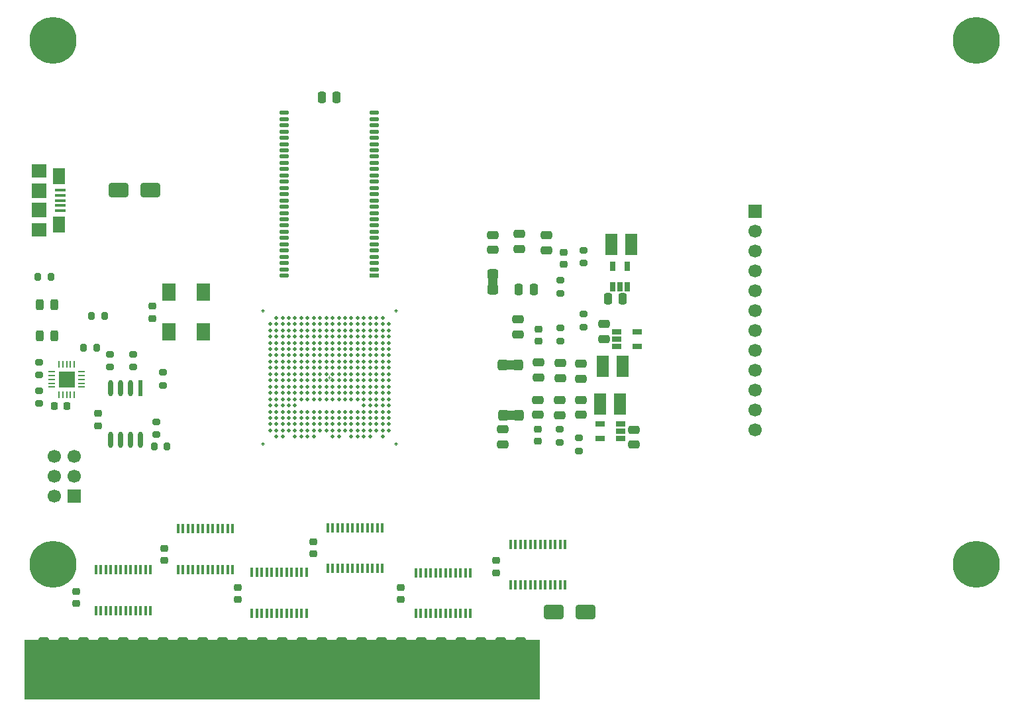
<source format=gbr>
%TF.GenerationSoftware,KiCad,Pcbnew,9.0.5*%
%TF.CreationDate,2025-12-06T10:01:17-08:00*%
%TF.ProjectId,project_byte_hamr,70726f6a-6563-4745-9f62-7974655f6861,rev?*%
%TF.SameCoordinates,Original*%
%TF.FileFunction,Soldermask,Top*%
%TF.FilePolarity,Negative*%
%FSLAX46Y46*%
G04 Gerber Fmt 4.6, Leading zero omitted, Abs format (unit mm)*
G04 Created by KiCad (PCBNEW 9.0.5) date 2025-12-06 10:01:17*
%MOMM*%
%LPD*%
G01*
G04 APERTURE LIST*
G04 Aperture macros list*
%AMRoundRect*
0 Rectangle with rounded corners*
0 $1 Rounding radius*
0 $2 $3 $4 $5 $6 $7 $8 $9 X,Y pos of 4 corners*
0 Add a 4 corners polygon primitive as box body*
4,1,4,$2,$3,$4,$5,$6,$7,$8,$9,$2,$3,0*
0 Add four circle primitives for the rounded corners*
1,1,$1+$1,$2,$3*
1,1,$1+$1,$4,$5*
1,1,$1+$1,$6,$7*
1,1,$1+$1,$8,$9*
0 Add four rect primitives between the rounded corners*
20,1,$1+$1,$2,$3,$4,$5,0*
20,1,$1+$1,$4,$5,$6,$7,0*
20,1,$1+$1,$6,$7,$8,$9,0*
20,1,$1+$1,$8,$9,$2,$3,0*%
G04 Aperture macros list end*
%ADD10C,0.050000*%
%ADD11C,1.200000*%
%ADD12C,0.120000*%
%ADD13R,1.700000X1.700000*%
%ADD14C,1.700000*%
%ADD15R,0.700000X1.200000*%
%ADD16RoundRect,0.200000X-0.275000X0.200000X-0.275000X-0.200000X0.275000X-0.200000X0.275000X0.200000X0*%
%ADD17R,0.304800X1.295400*%
%ADD18RoundRect,0.250000X-0.475000X0.250000X-0.475000X-0.250000X0.475000X-0.250000X0.475000X0.250000X0*%
%ADD19RoundRect,0.200000X0.275000X-0.200000X0.275000X0.200000X-0.275000X0.200000X-0.275000X-0.200000X0*%
%ADD20RoundRect,0.200000X0.200000X0.275000X-0.200000X0.275000X-0.200000X-0.275000X0.200000X-0.275000X0*%
%ADD21C,6.000000*%
%ADD22RoundRect,0.250000X0.475000X-0.250000X0.475000X0.250000X-0.475000X0.250000X-0.475000X-0.250000X0*%
%ADD23RoundRect,0.250000X-0.250000X-0.475000X0.250000X-0.475000X0.250000X0.475000X-0.250000X0.475000X0*%
%ADD24RoundRect,0.350000X0.350000X3.206000X-0.350000X3.206000X-0.350000X-3.206000X0.350000X-3.206000X0*%
%ADD25RoundRect,0.225000X0.250000X-0.225000X0.250000X0.225000X-0.250000X0.225000X-0.250000X-0.225000X0*%
%ADD26RoundRect,0.200000X-0.200000X-0.275000X0.200000X-0.275000X0.200000X0.275000X-0.200000X0.275000X0*%
%ADD27RoundRect,0.243750X-0.243750X-0.456250X0.243750X-0.456250X0.243750X0.456250X-0.243750X0.456250X0*%
%ADD28RoundRect,0.323750X-0.376250X0.323750X-0.376250X-0.323750X0.376250X-0.323750X0.376250X0.323750X0*%
%ADD29RoundRect,0.225000X-0.250000X0.225000X-0.250000X-0.225000X0.250000X-0.225000X0.250000X0.225000X0*%
%ADD30C,0.500000*%
%ADD31O,0.127000X0.508000*%
%ADD32O,0.508000X0.127000*%
%ADD33R,1.200000X0.700000*%
%ADD34RoundRect,0.323750X0.323750X0.376250X-0.323750X0.376250X-0.323750X-0.376250X0.323750X-0.376250X0*%
%ADD35RoundRect,0.250000X-1.000000X-0.650000X1.000000X-0.650000X1.000000X0.650000X-1.000000X0.650000X0*%
%ADD36R,1.500000X2.700000*%
%ADD37R,1.350000X0.400000*%
%ADD38R,1.900000X1.800000*%
%ADD39R,1.600000X2.100000*%
%ADD40R,1.900000X1.900000*%
%ADD41RoundRect,0.250000X0.250000X0.475000X-0.250000X0.475000X-0.250000X-0.475000X0.250000X-0.475000X0*%
%ADD42R,0.600000X2.100000*%
%ADD43O,0.600000X2.100000*%
%ADD44R,1.200000X0.560000*%
%ADD45O,1.200000X0.560000*%
%ADD46RoundRect,0.062500X0.350000X0.062500X-0.350000X0.062500X-0.350000X-0.062500X0.350000X-0.062500X0*%
%ADD47RoundRect,0.062500X0.062500X0.350000X-0.062500X0.350000X-0.062500X-0.350000X0.062500X-0.350000X0*%
%ADD48R,2.000000X2.000000*%
%ADD49R,1.800000X2.200000*%
%ADD50RoundRect,0.225000X0.225000X0.250000X-0.225000X0.250000X-0.225000X-0.250000X0.225000X-0.250000X0*%
G04 APERTURE END LIST*
%TO.C,J3*%
D10*
X50126325Y-130405513D02*
X115912325Y-130405513D01*
X115912325Y-137898513D01*
X50126325Y-137898513D01*
X50126325Y-130405513D01*
G36*
X50126325Y-130405513D02*
G01*
X115912325Y-130405513D01*
X115912325Y-137898513D01*
X50126325Y-137898513D01*
X50126325Y-130405513D01*
G37*
D11*
%TO.C,RP3*%
X109999080Y-83600000D02*
X109999080Y-85600000D01*
D12*
%TO.C,U1*%
X88900000Y-96800000D02*
X89300000Y-96800000D01*
X89100000Y-96600000D02*
X89100000Y-97000000D01*
D11*
%TO.C,RP1*%
X113281580Y-101700000D02*
X111281580Y-101700000D01*
%TO.C,RP2*%
X113231580Y-95200000D02*
X111231580Y-95200000D01*
%TD*%
D13*
%TO.C,J1*%
X143500000Y-75560000D03*
D14*
X143500000Y-78100000D03*
X143500000Y-80640000D03*
X143500000Y-83180000D03*
X143500000Y-85720000D03*
X143500000Y-88260000D03*
X143500000Y-90800000D03*
X143500000Y-93340000D03*
X143500000Y-95880000D03*
X143500000Y-98420000D03*
X143500000Y-100960000D03*
X143500000Y-103500000D03*
%TD*%
D15*
%TO.C,U5*%
X125299080Y-85200000D03*
X126249080Y-85200000D03*
X127199080Y-85200000D03*
X127199080Y-82600000D03*
X125299080Y-82600000D03*
%TD*%
D16*
%TO.C,R11*%
X61000000Y-93850000D03*
X61000000Y-95500000D03*
%TD*%
D17*
%TO.C,U13*%
X88865000Y-121250000D03*
X89500000Y-121250000D03*
X90135000Y-121250000D03*
X90770000Y-121250000D03*
X91405000Y-121250000D03*
X92040000Y-121250000D03*
X92675000Y-121250000D03*
X93310000Y-121250000D03*
X93945000Y-121250000D03*
X94580000Y-121250000D03*
X95215000Y-121250000D03*
X95850000Y-121250000D03*
X95850000Y-116043000D03*
X95215000Y-116043000D03*
X94580000Y-116043000D03*
X93945000Y-116043000D03*
X93310000Y-116043000D03*
X92675000Y-116043000D03*
X92040000Y-116043000D03*
X91405000Y-116043000D03*
X90770000Y-116043000D03*
X90135000Y-116043000D03*
X89500000Y-116043000D03*
X88865000Y-116043000D03*
%TD*%
D18*
%TO.C,C12*%
X118599080Y-95000000D03*
X118599080Y-96900000D03*
%TD*%
D19*
%TO.C,RB3*%
X118599080Y-86050000D03*
X118599080Y-84400000D03*
%TD*%
D20*
%TO.C,R12*%
X68325000Y-105669214D03*
X66675000Y-105669214D03*
%TD*%
D19*
%TO.C,RA2*%
X118580782Y-92179275D03*
X118580782Y-90529275D03*
%TD*%
D21*
%TO.C,H2*%
X171750000Y-53750000D03*
%TD*%
D22*
%TO.C,C1*%
X127999080Y-105400000D03*
X127999080Y-103500000D03*
%TD*%
D23*
%TO.C,C5*%
X124699080Y-86800000D03*
X126599080Y-86800000D03*
%TD*%
D17*
%TO.C,U8*%
X59257500Y-126603500D03*
X59892500Y-126603500D03*
X60527500Y-126603500D03*
X61162500Y-126603500D03*
X61797500Y-126603500D03*
X62432500Y-126603500D03*
X63067500Y-126603500D03*
X63702500Y-126603500D03*
X64337500Y-126603500D03*
X64972500Y-126603500D03*
X65607500Y-126603500D03*
X66242500Y-126603500D03*
X66242500Y-121396500D03*
X65607500Y-121396500D03*
X64972500Y-121396500D03*
X64337500Y-121396500D03*
X63702500Y-121396500D03*
X63067500Y-121396500D03*
X62432500Y-121396500D03*
X61797500Y-121396500D03*
X61162500Y-121396500D03*
X60527500Y-121396500D03*
X59892500Y-121396500D03*
X59257500Y-121396500D03*
%TD*%
D24*
%TO.C,J3*%
X52539325Y-133580513D03*
X55079325Y-133580513D03*
X57619325Y-133580513D03*
X60159325Y-133580513D03*
X62699325Y-133580513D03*
X65239325Y-133580513D03*
X67779325Y-133580513D03*
X70319325Y-133580513D03*
X72859325Y-133580513D03*
X75399325Y-133580513D03*
X77939325Y-133580513D03*
X80479325Y-133580513D03*
X83019325Y-133580513D03*
X85559325Y-133580513D03*
X88099325Y-133580513D03*
X90639325Y-133580513D03*
X93179325Y-133580513D03*
X95719325Y-133580513D03*
X98259325Y-133580513D03*
X100799325Y-133580513D03*
X103339325Y-133580513D03*
X105879325Y-133580513D03*
X108419325Y-133580513D03*
X110959325Y-133580513D03*
X113499325Y-133580513D03*
%TD*%
D16*
%TO.C,R28*%
X64000000Y-93850000D03*
X64000000Y-95500000D03*
%TD*%
D25*
%TO.C,C32*%
X59500000Y-103000000D03*
X59500000Y-101450000D03*
%TD*%
D26*
%TO.C,R50*%
X57675000Y-93000000D03*
X59325000Y-93000000D03*
%TD*%
D27*
%TO.C,D3*%
X52062500Y-91500000D03*
X53937500Y-91500000D03*
%TD*%
D28*
%TO.C,RP3*%
X109999080Y-83632500D03*
X109999080Y-85567500D03*
%TD*%
D25*
%TO.C,C10*%
X115799080Y-92200000D03*
X115799080Y-90650000D03*
%TD*%
D29*
%TO.C,C2*%
X115749080Y-103450000D03*
X115749080Y-105000000D03*
%TD*%
D16*
%TO.C,R29*%
X67000000Y-102500000D03*
X67000000Y-104150000D03*
%TD*%
D29*
%TO.C,C6*%
X118999080Y-80850000D03*
X118999080Y-82400000D03*
%TD*%
D30*
%TO.C,U1*%
X82300000Y-89200000D03*
X83100000Y-89200000D03*
X83900000Y-89200000D03*
X84700000Y-89200000D03*
X85500000Y-89200000D03*
X86300000Y-89200000D03*
X87100000Y-89200000D03*
X87900000Y-89200000D03*
X88700000Y-89200000D03*
X89500000Y-89200000D03*
X90300000Y-89200000D03*
X91100000Y-89200000D03*
X91900000Y-89200000D03*
X92700000Y-89200000D03*
X93500000Y-89200000D03*
X94300000Y-89200000D03*
X95100000Y-89200000D03*
X95900000Y-89200000D03*
X81500000Y-90000000D03*
X82300000Y-90000000D03*
X83100000Y-90000000D03*
X83900000Y-90000000D03*
X84700000Y-90000000D03*
X85500000Y-90000000D03*
X86300000Y-90000000D03*
X87100000Y-90000000D03*
X87900000Y-90000000D03*
X88700000Y-90000000D03*
X89500000Y-90000000D03*
X90300000Y-90000000D03*
X91100000Y-90000000D03*
X91900000Y-90000000D03*
X92700000Y-90000000D03*
X93500000Y-90000000D03*
X94300000Y-90000000D03*
X95100000Y-90000000D03*
X95900000Y-90000000D03*
X96700000Y-90000000D03*
X81500000Y-90800000D03*
X82300000Y-90800000D03*
X83100000Y-90800000D03*
X83900000Y-90800000D03*
X84700000Y-90800000D03*
X85500000Y-90800000D03*
X86300000Y-90800000D03*
X87100000Y-90800000D03*
X87900000Y-90800000D03*
X88700000Y-90800000D03*
X89500000Y-90800000D03*
X90300000Y-90800000D03*
X91100000Y-90800000D03*
X91900000Y-90800000D03*
X92700000Y-90800000D03*
X93500000Y-90800000D03*
X94300000Y-90800000D03*
X95100000Y-90800000D03*
X95900000Y-90800000D03*
X96700000Y-90800000D03*
X81500000Y-91600000D03*
X82300000Y-91600000D03*
X83100000Y-91600000D03*
X83900000Y-91600000D03*
X84700000Y-91600000D03*
X85500000Y-91600000D03*
X86300000Y-91600000D03*
X87100000Y-91600000D03*
X87900000Y-91600000D03*
X88700000Y-91600000D03*
X89500000Y-91600000D03*
X90300000Y-91600000D03*
X91100000Y-91600000D03*
X91900000Y-91600000D03*
X92700000Y-91600000D03*
X93500000Y-91600000D03*
X94300000Y-91600000D03*
X95100000Y-91600000D03*
X95900000Y-91600000D03*
X96700000Y-91600000D03*
X81500000Y-92400000D03*
X82300000Y-92400000D03*
X83100000Y-92400000D03*
X83900000Y-92400000D03*
X84700000Y-92400000D03*
X85500000Y-92400000D03*
X86300000Y-92400000D03*
X87100000Y-92400000D03*
X87900000Y-92400000D03*
X88700000Y-92400000D03*
X89500000Y-92400000D03*
X90300000Y-92400000D03*
X91100000Y-92400000D03*
X91900000Y-92400000D03*
X92700000Y-92400000D03*
X93500000Y-92400000D03*
X94300000Y-92400000D03*
X95100000Y-92400000D03*
X95900000Y-92400000D03*
X96700000Y-92400000D03*
X81500000Y-93200000D03*
X82300000Y-93200000D03*
X83100000Y-93200000D03*
X83900000Y-93200000D03*
X84700000Y-93200000D03*
X85500000Y-93200000D03*
X86300000Y-93200000D03*
X87100000Y-93200000D03*
X87900000Y-93200000D03*
X88700000Y-93200000D03*
X89500000Y-93200000D03*
X90300000Y-93200000D03*
X91100000Y-93200000D03*
X91900000Y-93200000D03*
X92700000Y-93200000D03*
X93500000Y-93200000D03*
X94300000Y-93200000D03*
X95100000Y-93200000D03*
X95900000Y-93200000D03*
X96700000Y-93200000D03*
X81500000Y-94000000D03*
X82300000Y-94000000D03*
X83100000Y-94000000D03*
X83900000Y-94000000D03*
X84700000Y-94000000D03*
X85500000Y-94000000D03*
X86300000Y-94000000D03*
X87100000Y-94000000D03*
X87900000Y-94000000D03*
X88700000Y-94000000D03*
X89500000Y-94000000D03*
X90300000Y-94000000D03*
X91100000Y-94000000D03*
X91900000Y-94000000D03*
X92700000Y-94000000D03*
X93500000Y-94000000D03*
X94300000Y-94000000D03*
X95100000Y-94000000D03*
X95900000Y-94000000D03*
X96700000Y-94000000D03*
X81500000Y-94800000D03*
X82300000Y-94800000D03*
X83100000Y-94800000D03*
X83900000Y-94800000D03*
X84700000Y-94800000D03*
X85500000Y-94800000D03*
X86300000Y-94800000D03*
X87100000Y-94800000D03*
X87900000Y-94800000D03*
X88700000Y-94800000D03*
X89500000Y-94800000D03*
X90300000Y-94800000D03*
X91100000Y-94800000D03*
X91900000Y-94800000D03*
X92700000Y-94800000D03*
X93500000Y-94800000D03*
X94300000Y-94800000D03*
X95100000Y-94800000D03*
X95900000Y-94800000D03*
X96700000Y-94800000D03*
X81500000Y-95600000D03*
X82300000Y-95600000D03*
X83100000Y-95600000D03*
X83900000Y-95600000D03*
X84700000Y-95600000D03*
X85500000Y-95600000D03*
X86300000Y-95600000D03*
X87100000Y-95600000D03*
X87900000Y-95600000D03*
X88700000Y-95600000D03*
X89500000Y-95600000D03*
X90300000Y-95600000D03*
X91100000Y-95600000D03*
X91900000Y-95600000D03*
X92700000Y-95600000D03*
X93500000Y-95600000D03*
X94300000Y-95600000D03*
X95100000Y-95600000D03*
X95900000Y-95600000D03*
X96700000Y-95600000D03*
X81500000Y-96400000D03*
X82300000Y-96400000D03*
X83100000Y-96400000D03*
X83900000Y-96400000D03*
X84700000Y-96400000D03*
X85500000Y-96400000D03*
X86300000Y-96400000D03*
X87100000Y-96400000D03*
X87900000Y-96400000D03*
X88700000Y-96400000D03*
X89500000Y-96400000D03*
X90300000Y-96400000D03*
X91100000Y-96400000D03*
X91900000Y-96400000D03*
X92700000Y-96400000D03*
X93500000Y-96400000D03*
X94300000Y-96400000D03*
X95100000Y-96400000D03*
X95900000Y-96400000D03*
X96700000Y-96400000D03*
X81500000Y-97200000D03*
X82300000Y-97200000D03*
X83100000Y-97200000D03*
X83900000Y-97200000D03*
X84700000Y-97200000D03*
X85500000Y-97200000D03*
X86300000Y-97200000D03*
X87100000Y-97200000D03*
X87900000Y-97200000D03*
X88700000Y-97200000D03*
X89500000Y-97200000D03*
X90300000Y-97200000D03*
X91100000Y-97200000D03*
X91900000Y-97200000D03*
X92700000Y-97200000D03*
X93500000Y-97200000D03*
X94300000Y-97200000D03*
X95100000Y-97200000D03*
X95900000Y-97200000D03*
X96700000Y-97200000D03*
X81500000Y-98000000D03*
X82300000Y-98000000D03*
X83100000Y-98000000D03*
X83900000Y-98000000D03*
X84700000Y-98000000D03*
X85500000Y-98000000D03*
X86300000Y-98000000D03*
X87100000Y-98000000D03*
X87900000Y-98000000D03*
X88700000Y-98000000D03*
X89500000Y-98000000D03*
X90300000Y-98000000D03*
X91100000Y-98000000D03*
X91900000Y-98000000D03*
X92700000Y-98000000D03*
X93500000Y-98000000D03*
X94300000Y-98000000D03*
X95100000Y-98000000D03*
X95900000Y-98000000D03*
X96700000Y-98000000D03*
X81500000Y-98800000D03*
X82300000Y-98800000D03*
X83100000Y-98800000D03*
X83900000Y-98800000D03*
X84700000Y-98800000D03*
X85500000Y-98800000D03*
X86300000Y-98800000D03*
X87100000Y-98800000D03*
X87900000Y-98800000D03*
X88700000Y-98800000D03*
X89500000Y-98800000D03*
X90300000Y-98800000D03*
X91100000Y-98800000D03*
X91900000Y-98800000D03*
X92700000Y-98800000D03*
X93500000Y-98800000D03*
X94300000Y-98800000D03*
X95100000Y-98800000D03*
X95900000Y-98800000D03*
X96700000Y-98800000D03*
X81500000Y-99600000D03*
X82300000Y-99600000D03*
X83100000Y-99600000D03*
X83900000Y-99600000D03*
X84700000Y-99600000D03*
X85500000Y-99600000D03*
X86300000Y-99600000D03*
X87100000Y-99600000D03*
X87900000Y-99600000D03*
X88700000Y-99600000D03*
X89500000Y-99600000D03*
X90300000Y-99600000D03*
X91100000Y-99600000D03*
X91900000Y-99600000D03*
X92700000Y-99600000D03*
X93500000Y-99600000D03*
X94300000Y-99600000D03*
X95100000Y-99600000D03*
X95900000Y-99600000D03*
X96700000Y-99600000D03*
X81500000Y-100400000D03*
X82300000Y-100400000D03*
X83100000Y-100400000D03*
X83900000Y-100400000D03*
X84700000Y-100400000D03*
X93500000Y-100400000D03*
X94300000Y-100400000D03*
X95100000Y-100400000D03*
X95900000Y-100400000D03*
X96700000Y-100400000D03*
X81500000Y-101200000D03*
X82300000Y-101200000D03*
X83100000Y-101200000D03*
X83900000Y-101200000D03*
X84700000Y-101200000D03*
X85500000Y-101200000D03*
X86300000Y-101200000D03*
X87100000Y-101200000D03*
X87900000Y-101200000D03*
X88700000Y-101200000D03*
X89500000Y-101200000D03*
X90300000Y-101200000D03*
X91100000Y-101200000D03*
X91900000Y-101200000D03*
X92700000Y-101200000D03*
X93500000Y-101200000D03*
X94300000Y-101200000D03*
X95100000Y-101200000D03*
X95900000Y-101200000D03*
X96700000Y-101200000D03*
X81500000Y-102000000D03*
X82300000Y-102000000D03*
X83100000Y-102000000D03*
X83900000Y-102000000D03*
X84700000Y-102000000D03*
X85500000Y-102000000D03*
X86300000Y-102000000D03*
X87100000Y-102000000D03*
X87900000Y-102000000D03*
X88700000Y-102000000D03*
X89500000Y-102000000D03*
X90300000Y-102000000D03*
X91100000Y-102000000D03*
X91900000Y-102000000D03*
X92700000Y-102000000D03*
X93500000Y-102000000D03*
X94300000Y-102000000D03*
X95100000Y-102000000D03*
X95900000Y-102000000D03*
X96700000Y-102000000D03*
X81500000Y-102800000D03*
X82300000Y-102800000D03*
X83100000Y-102800000D03*
X83900000Y-102800000D03*
X84700000Y-102800000D03*
X85500000Y-102800000D03*
X86300000Y-102800000D03*
X87100000Y-102800000D03*
X87900000Y-102800000D03*
X88700000Y-102800000D03*
X89500000Y-102800000D03*
X90300000Y-102800000D03*
X91100000Y-102800000D03*
X91900000Y-102800000D03*
X92700000Y-102800000D03*
X93500000Y-102800000D03*
X94300000Y-102800000D03*
X95100000Y-102800000D03*
X95900000Y-102800000D03*
X96700000Y-102800000D03*
X81500000Y-103600000D03*
X82300000Y-103600000D03*
X83100000Y-103600000D03*
X83900000Y-103600000D03*
X84700000Y-103600000D03*
X85500000Y-103600000D03*
X86300000Y-103600000D03*
X87100000Y-103600000D03*
X87900000Y-103600000D03*
X88700000Y-103600000D03*
X89500000Y-103600000D03*
X90300000Y-103600000D03*
X91100000Y-103600000D03*
X91900000Y-103600000D03*
X92700000Y-103600000D03*
X93500000Y-103600000D03*
X94300000Y-103600000D03*
X95100000Y-103600000D03*
X95900000Y-103600000D03*
X96700000Y-103600000D03*
D31*
X80600000Y-88300000D03*
D32*
X80600000Y-88300000D03*
D31*
X80600000Y-105300000D03*
D32*
X80600000Y-105300000D03*
D31*
X97600000Y-88300000D03*
D32*
X97600000Y-88300000D03*
D31*
X97600000Y-105300000D03*
D32*
X97600000Y-105300000D03*
D30*
X82300000Y-104400000D03*
X83100000Y-104400000D03*
X84700000Y-104400000D03*
X85500000Y-104400000D03*
X86300000Y-104400000D03*
X87100000Y-104400000D03*
X89500000Y-104400000D03*
X90300000Y-104400000D03*
X91900000Y-104400000D03*
X92700000Y-104400000D03*
X93500000Y-104400000D03*
X94300000Y-104400000D03*
X95900000Y-104400000D03*
%TD*%
D22*
%TO.C,C22*%
X115749080Y-101600000D03*
X115749080Y-99700000D03*
%TD*%
D26*
%TO.C,R49*%
X58675000Y-89000000D03*
X60325000Y-89000000D03*
%TD*%
D33*
%TO.C,U3*%
X126299080Y-104650000D03*
X126299080Y-103700000D03*
X126299080Y-102750000D03*
X123699080Y-102750000D03*
X123699080Y-104650000D03*
%TD*%
D34*
%TO.C,RP1*%
X113249080Y-101700000D03*
X111314080Y-101700000D03*
%TD*%
D27*
%TO.C,D19*%
X52062500Y-87500000D03*
X53937500Y-87500000D03*
%TD*%
D35*
%TO.C,D2*%
X117800000Y-126800000D03*
X121800000Y-126800000D03*
%TD*%
D17*
%TO.C,U9*%
X100115000Y-127000000D03*
X100750000Y-127000000D03*
X101385000Y-127000000D03*
X102020000Y-127000000D03*
X102655000Y-127000000D03*
X103290000Y-127000000D03*
X103925000Y-127000000D03*
X104560000Y-127000000D03*
X105195000Y-127000000D03*
X105830000Y-127000000D03*
X106465000Y-127000000D03*
X107100000Y-127000000D03*
X107100000Y-121793000D03*
X106465000Y-121793000D03*
X105830000Y-121793000D03*
X105195000Y-121793000D03*
X104560000Y-121793000D03*
X103925000Y-121793000D03*
X103290000Y-121793000D03*
X102655000Y-121793000D03*
X102020000Y-121793000D03*
X101385000Y-121793000D03*
X100750000Y-121793000D03*
X100115000Y-121793000D03*
%TD*%
D21*
%TO.C,H1*%
X53750000Y-53750000D03*
%TD*%
D17*
%TO.C,U12*%
X69757500Y-121353500D03*
X70392500Y-121353500D03*
X71027500Y-121353500D03*
X71662500Y-121353500D03*
X72297500Y-121353500D03*
X72932500Y-121353500D03*
X73567500Y-121353500D03*
X74202500Y-121353500D03*
X74837500Y-121353500D03*
X75472500Y-121353500D03*
X76107500Y-121353500D03*
X76742500Y-121353500D03*
X76742500Y-116146500D03*
X76107500Y-116146500D03*
X75472500Y-116146500D03*
X74837500Y-116146500D03*
X74202500Y-116146500D03*
X73567500Y-116146500D03*
X72932500Y-116146500D03*
X72297500Y-116146500D03*
X71662500Y-116146500D03*
X71027500Y-116146500D03*
X70392500Y-116146500D03*
X69757500Y-116146500D03*
%TD*%
D25*
%TO.C,C13*%
X56761063Y-125738937D03*
X56761063Y-124188937D03*
%TD*%
D17*
%TO.C,U11*%
X79190000Y-126957000D03*
X79825000Y-126957000D03*
X80460000Y-126957000D03*
X81095000Y-126957000D03*
X81730000Y-126957000D03*
X82365000Y-126957000D03*
X83000000Y-126957000D03*
X83635000Y-126957000D03*
X84270000Y-126957000D03*
X84905000Y-126957000D03*
X85540000Y-126957000D03*
X86175000Y-126957000D03*
X86175000Y-121750000D03*
X85540000Y-121750000D03*
X84905000Y-121750000D03*
X84270000Y-121750000D03*
X83635000Y-121750000D03*
X83000000Y-121750000D03*
X82365000Y-121750000D03*
X81730000Y-121750000D03*
X81095000Y-121750000D03*
X80460000Y-121750000D03*
X79825000Y-121750000D03*
X79190000Y-121750000D03*
%TD*%
D19*
%TO.C,RB1*%
X120999080Y-106200000D03*
X120999080Y-104550000D03*
%TD*%
D21*
%TO.C,H4*%
X53750000Y-120750000D03*
%TD*%
D36*
%TO.C,L1*%
X126249080Y-100200000D03*
X123709080Y-100200000D03*
%TD*%
D37*
%TO.C,US1*%
X54675000Y-72900000D03*
X54675000Y-73550000D03*
X54675000Y-74200000D03*
X54675000Y-74850000D03*
X54675000Y-75500000D03*
D38*
X52000000Y-70400000D03*
D39*
X54550000Y-71100000D03*
D40*
X52000000Y-73000000D03*
X52000000Y-75400000D03*
D39*
X54550000Y-77300000D03*
D38*
X52000000Y-78000000D03*
%TD*%
D16*
%TO.C,RA3*%
X121599080Y-80550000D03*
X121599080Y-82200000D03*
%TD*%
D41*
%TO.C,C16*%
X90000000Y-61000000D03*
X88100000Y-61000000D03*
%TD*%
D33*
%TO.C,U4*%
X125799080Y-91000000D03*
X125799080Y-91950000D03*
X125799080Y-92900000D03*
X128399080Y-92900000D03*
X128399080Y-91000000D03*
%TD*%
D19*
%TO.C,R9*%
X52000000Y-96500000D03*
X52000000Y-94850000D03*
%TD*%
D36*
%TO.C,L2*%
X126539080Y-95400000D03*
X123999080Y-95400000D03*
%TD*%
D42*
%TO.C,U10*%
X64905000Y-98198000D03*
D43*
X63635000Y-98198000D03*
X62365000Y-98198000D03*
X61095000Y-98198000D03*
X61095000Y-104802000D03*
X62365000Y-104802000D03*
X63635000Y-104802000D03*
X64905000Y-104802000D03*
%TD*%
D35*
%TO.C,D1*%
X62175000Y-72900000D03*
X66175000Y-72900000D03*
%TD*%
D22*
%TO.C,C7*%
X116799080Y-80550000D03*
X116799080Y-78650000D03*
%TD*%
D16*
%TO.C,RA1*%
X118499080Y-103450000D03*
X118499080Y-105100000D03*
%TD*%
D36*
%TO.C,L3*%
X127669080Y-79800000D03*
X125129080Y-79800000D03*
%TD*%
D22*
%TO.C,C3*%
X121249080Y-101600000D03*
X121249080Y-99700000D03*
%TD*%
D13*
%TO.C,J4*%
X56500000Y-112000000D03*
D14*
X53960000Y-112000000D03*
X56500000Y-109460000D03*
X53960000Y-109460000D03*
X56500000Y-106920000D03*
X53960000Y-106920000D03*
%TD*%
D23*
%TO.C,C20*%
X113299080Y-85600000D03*
X115199080Y-85600000D03*
%TD*%
D25*
%TO.C,C18*%
X87000000Y-119400000D03*
X87000000Y-117850000D03*
%TD*%
D44*
%TO.C,U2*%
X94800000Y-83800000D03*
D45*
X94800000Y-83000000D03*
X94800000Y-82200000D03*
X94800000Y-81400000D03*
X94800000Y-80600000D03*
X94800000Y-79800000D03*
X94800000Y-79000000D03*
X94800000Y-78200000D03*
X94800000Y-77400000D03*
X94800000Y-76600000D03*
X94800000Y-75800000D03*
X94800000Y-75000000D03*
X94800000Y-74200000D03*
X94800000Y-73400000D03*
X94800000Y-72600000D03*
X94800000Y-71800000D03*
X94800000Y-71000000D03*
X94800000Y-70200000D03*
X94800000Y-69400000D03*
X94800000Y-68600000D03*
X94800000Y-67800000D03*
X94800000Y-67000000D03*
X94800000Y-66200000D03*
X94800000Y-65400000D03*
X94800000Y-64600000D03*
X94800000Y-63800000D03*
X94800000Y-63000000D03*
X83340000Y-63000000D03*
X83340000Y-63800000D03*
X83340000Y-64600000D03*
X83340000Y-65400000D03*
X83340000Y-66200000D03*
X83340000Y-67000000D03*
X83340000Y-67800000D03*
X83340000Y-68600000D03*
X83340000Y-69400000D03*
X83340000Y-70200000D03*
X83340000Y-71000000D03*
X83340000Y-71800000D03*
X83340000Y-72600000D03*
X83340000Y-73400000D03*
X83340000Y-74200000D03*
X83340000Y-75000000D03*
X83340000Y-75800000D03*
X83340000Y-76600000D03*
X83340000Y-77400000D03*
X83340000Y-78200000D03*
X83340000Y-79000000D03*
X83340000Y-79800000D03*
X83340000Y-80600000D03*
X83340000Y-81400000D03*
X83340000Y-82200000D03*
X83340000Y-83000000D03*
X83340000Y-83800000D03*
%TD*%
D46*
%TO.C,U6*%
X57437500Y-98062500D03*
X57437500Y-97562500D03*
X57437500Y-97062500D03*
X57437500Y-96562500D03*
X57437500Y-96062500D03*
D47*
X56500000Y-95125000D03*
X56000000Y-95125000D03*
X55500000Y-95125000D03*
X55000000Y-95125000D03*
X54500000Y-95125000D03*
D46*
X53562500Y-96062500D03*
X53562500Y-96562500D03*
X53562500Y-97062500D03*
X53562500Y-97562500D03*
X53562500Y-98062500D03*
D47*
X54500000Y-99000000D03*
X55000000Y-99000000D03*
X55500000Y-99000000D03*
X56000000Y-99000000D03*
X56500000Y-99000000D03*
D48*
X55500000Y-97062500D03*
%TD*%
D25*
%TO.C,C15*%
X77400000Y-125200000D03*
X77400000Y-123650000D03*
%TD*%
%TO.C,C36*%
X110400000Y-121775000D03*
X110400000Y-120225000D03*
%TD*%
D22*
%TO.C,C8*%
X113399080Y-80400000D03*
X113399080Y-78500000D03*
%TD*%
D18*
%TO.C,C17*%
X111249080Y-103450000D03*
X111249080Y-105350000D03*
%TD*%
D22*
%TO.C,C4*%
X118499080Y-101650000D03*
X118499080Y-99750000D03*
%TD*%
D25*
%TO.C,C21*%
X98200000Y-125200000D03*
X98200000Y-123650000D03*
%TD*%
D34*
%TO.C,RP2*%
X113199080Y-95200000D03*
X111264080Y-95200000D03*
%TD*%
D16*
%TO.C,R30*%
X67825000Y-96175000D03*
X67825000Y-97825000D03*
%TD*%
D19*
%TO.C,R1*%
X52000000Y-100150000D03*
X52000000Y-98500000D03*
%TD*%
D21*
%TO.C,H3*%
X171750000Y-120750000D03*
%TD*%
D20*
%TO.C,R37*%
X53500000Y-84000000D03*
X51850000Y-84000000D03*
%TD*%
D18*
%TO.C,C9*%
X124199080Y-90000000D03*
X124199080Y-91900000D03*
%TD*%
D29*
%TO.C,C34*%
X66500000Y-87725000D03*
X66500000Y-89275000D03*
%TD*%
D22*
%TO.C,C19*%
X113199080Y-91300000D03*
X113199080Y-89400000D03*
%TD*%
D17*
%TO.C,U14*%
X112257500Y-123353500D03*
X112892500Y-123353500D03*
X113527500Y-123353500D03*
X114162500Y-123353500D03*
X114797500Y-123353500D03*
X115432500Y-123353500D03*
X116067500Y-123353500D03*
X116702500Y-123353500D03*
X117337500Y-123353500D03*
X117972500Y-123353500D03*
X118607500Y-123353500D03*
X119242500Y-123353500D03*
X119242500Y-118146500D03*
X118607500Y-118146500D03*
X117972500Y-118146500D03*
X117337500Y-118146500D03*
X116702500Y-118146500D03*
X116067500Y-118146500D03*
X115432500Y-118146500D03*
X114797500Y-118146500D03*
X114162500Y-118146500D03*
X113527500Y-118146500D03*
X112892500Y-118146500D03*
X112257500Y-118146500D03*
%TD*%
D22*
%TO.C,C24*%
X109999080Y-80500000D03*
X109999080Y-78600000D03*
%TD*%
D49*
%TO.C,Y1*%
X68600000Y-85920000D03*
X68600000Y-91000000D03*
X73000000Y-91000000D03*
X73000000Y-85920000D03*
%TD*%
D25*
%TO.C,C14*%
X68000000Y-120200000D03*
X68000000Y-118650000D03*
%TD*%
D16*
%TO.C,RB2*%
X121599080Y-88750000D03*
X121599080Y-90400000D03*
%TD*%
D18*
%TO.C,C23*%
X115799080Y-94900000D03*
X115799080Y-96800000D03*
%TD*%
D50*
%TO.C,C48*%
X55500000Y-100500000D03*
X53950000Y-100500000D03*
%TD*%
D18*
%TO.C,C11*%
X121199080Y-95100000D03*
X121199080Y-97000000D03*
%TD*%
M02*

</source>
